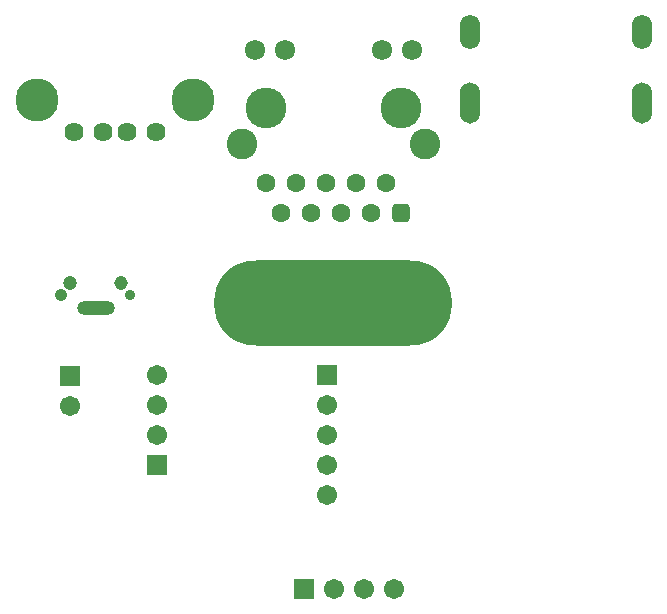
<source format=gbs>
G04*
G04 #@! TF.GenerationSoftware,Altium Limited,Altium Designer,21.3.2 (30)*
G04*
G04 Layer_Color=16711935*
%FSLAX25Y25*%
%MOIN*%
G70*
G04*
G04 #@! TF.SameCoordinates,97996B78-1690-4D19-8AB1-FF8F13014A98*
G04*
G04*
G04 #@! TF.FilePolarity,Negative*
G04*
G01*
G75*
%ADD49C,0.06312*%
G04:AMPARAMS|DCode=50|XSize=63.12mil|YSize=63.12mil|CornerRadius=17.78mil|HoleSize=0mil|Usage=FLASHONLY|Rotation=0.000|XOffset=0mil|YOffset=0mil|HoleType=Round|Shape=RoundedRectangle|*
%AMROUNDEDRECTD50*
21,1,0.06312,0.02756,0,0,0.0*
21,1,0.02756,0.06312,0,0,0.0*
1,1,0.03556,0.01378,-0.01378*
1,1,0.03556,-0.01378,-0.01378*
1,1,0.03556,-0.01378,0.01378*
1,1,0.03556,0.01378,0.01378*
%
%ADD50ROUNDEDRECTD50*%
%ADD51C,0.13595*%
%ADD52C,0.06784*%
%ADD53C,0.10249*%
%ADD54C,0.06391*%
%ADD55C,0.14383*%
%ADD56O,0.06706X0.13792*%
%ADD57O,0.06706X0.11430*%
%ADD58C,0.03556*%
%ADD59C,0.04146*%
%ADD60O,0.04343X0.04737*%
%ADD61C,0.04737*%
%ADD62O,0.12611X0.04737*%
%ADD63C,0.06706*%
%ADD64R,0.06706X0.06706*%
%ADD65R,0.06706X0.06706*%
%ADD66O,0.79540X0.28359*%
D49*
X85768Y364846D02*
D03*
X95768Y364846D02*
D03*
X105768D02*
D03*
X115768Y364846D02*
D03*
X125768D02*
D03*
X90768Y354846D02*
D03*
X100768D02*
D03*
X110768D02*
D03*
X120768D02*
D03*
D50*
X130768D02*
D03*
D51*
X85768Y389846D02*
D03*
X130768D02*
D03*
D52*
X124370Y409137D02*
D03*
X92165D02*
D03*
X134370D02*
D03*
X82165D02*
D03*
D53*
X77776Y377838D02*
D03*
X138760Y377838D02*
D03*
D54*
X31563Y381945D02*
D03*
X39437D02*
D03*
X21721D02*
D03*
X49279D02*
D03*
D55*
X61366Y392614D02*
D03*
X9634D02*
D03*
D56*
X211043Y391713D02*
D03*
X153957D02*
D03*
D57*
X211043Y415335D02*
D03*
X153957Y415335D02*
D03*
D58*
X40516Y327536D02*
D03*
D59*
X17484D02*
D03*
D60*
X37465Y331670D02*
D03*
D61*
X20535D02*
D03*
D62*
X29000Y323402D02*
D03*
D63*
X20500Y290528D02*
D03*
X108500Y229528D02*
D03*
X118500D02*
D03*
X128500D02*
D03*
X106000Y291028D02*
D03*
Y281028D02*
D03*
Y271028D02*
D03*
Y261028D02*
D03*
X49500Y301028D02*
D03*
Y291028D02*
D03*
Y281028D02*
D03*
D64*
X20500Y300528D02*
D03*
X106000Y301028D02*
D03*
X49500Y271028D02*
D03*
D65*
X98500Y229528D02*
D03*
D66*
X108268Y324803D02*
D03*
M02*

</source>
